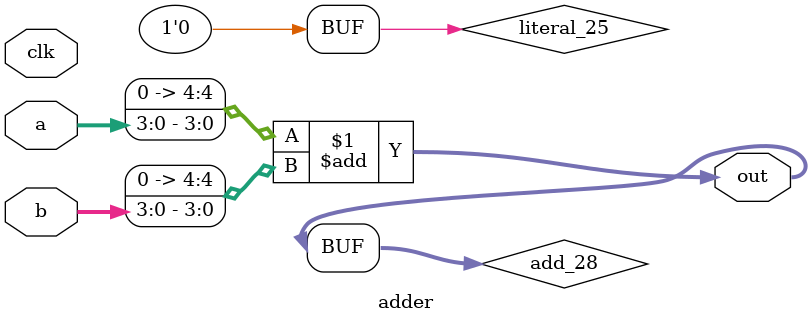
<source format=sv>
module adder(
  input wire clk,
  input wire [3:0] a,
  input wire [3:0] b,
  output wire [4:0] out
);
  wire literal_25;
  wire [4:0] add_28;
  assign literal_25 = 1'h0;
  assign add_28 = {literal_25, a} + {literal_25, b};
  assign out = add_28;
endmodule

</source>
